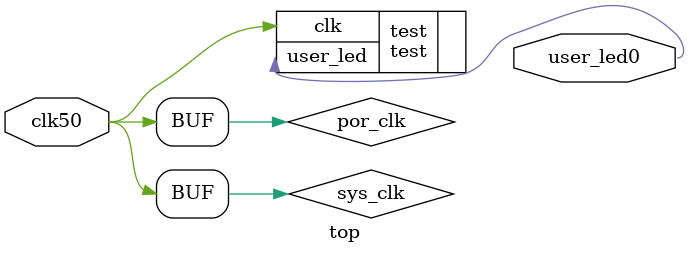
<source format=v>



module top (
	output wire user_led0,
	input  wire clk50
);


//------------------------------------------------------------------------------
// Signals
//------------------------------------------------------------------------------

wire sys_clk;
wire sys_rst;
wire por_clk;
reg  platform_int_rst = 1'd1;

//------------------------------------------------------------------------------
// Combinatorial Logic
//------------------------------------------------------------------------------

assign sys_clk = clk50;
assign por_clk = clk50;
assign sys_rst = platform_int_rst;


//------------------------------------------------------------------------------
// Synchronous Logic
//------------------------------------------------------------------------------

always @(posedge por_clk) begin
	platform_int_rst <= 1'd0;
end

always @(posedge sys_clk) begin
	if (sys_rst) begin
	end
end


//------------------------------------------------------------------------------
// Specialized Logic
//------------------------------------------------------------------------------

test test(
	.clk(sys_clk),
	.user_led(user_led0)
);

endmodule

// -----------------------------------------------------------------------------
//  Auto-Generated by LiteX on 2022-05-19 20:51:32.
//------------------------------------------------------------------------------

</source>
